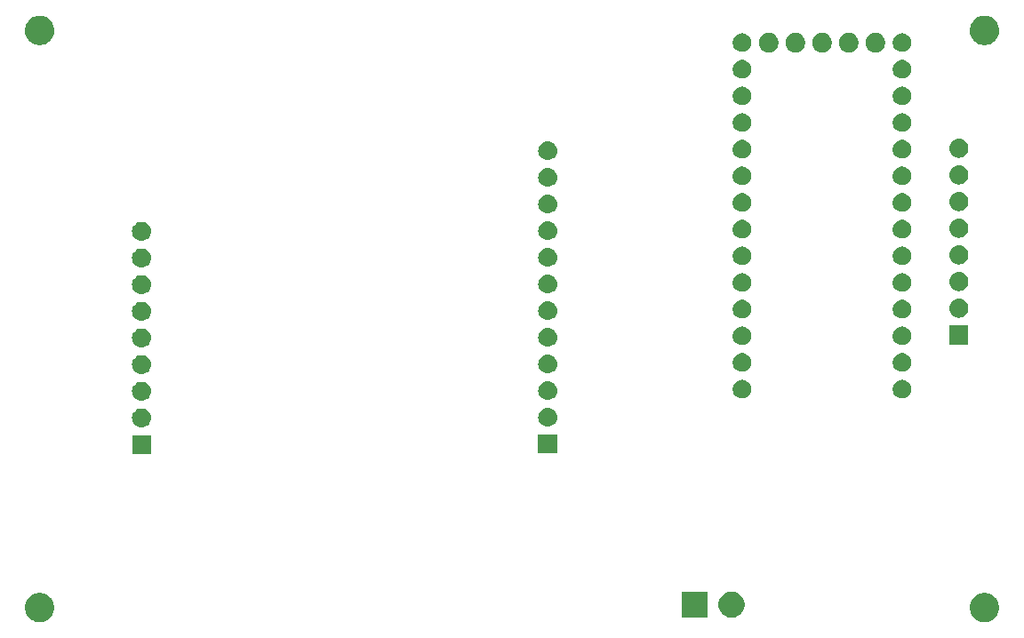
<source format=gbr>
G04 #@! TF.GenerationSoftware,KiCad,Pcbnew,5.1.4-e60b266~84~ubuntu18.04.1*
G04 #@! TF.CreationDate,2019-09-29T16:38:53-04:00*
G04 #@! TF.ProjectId,ib4,6962342e-6b69-4636-9164-5f7063625858,rev?*
G04 #@! TF.SameCoordinates,Original*
G04 #@! TF.FileFunction,Soldermask,Top*
G04 #@! TF.FilePolarity,Negative*
%FSLAX46Y46*%
G04 Gerber Fmt 4.6, Leading zero omitted, Abs format (unit mm)*
G04 Created by KiCad (PCBNEW 5.1.4-e60b266~84~ubuntu18.04.1) date 2019-09-29 16:38:53*
%MOMM*%
%LPD*%
G04 APERTURE LIST*
%ADD10C,0.100000*%
G04 APERTURE END LIST*
D10*
G36*
X129409033Y-86057993D02*
G01*
X129499257Y-86075939D01*
X129604867Y-86119685D01*
X129754221Y-86181549D01*
X129754222Y-86181550D01*
X129983686Y-86334872D01*
X130178828Y-86530014D01*
X130186924Y-86542131D01*
X130332151Y-86759479D01*
X130394015Y-86908833D01*
X130436537Y-87011487D01*
X130437761Y-87014444D01*
X130491600Y-87285112D01*
X130491600Y-87561088D01*
X130437761Y-87831756D01*
X130332151Y-88086721D01*
X130332150Y-88086722D01*
X130178828Y-88316186D01*
X129983686Y-88511328D01*
X129830363Y-88613775D01*
X129754221Y-88664651D01*
X129604867Y-88726515D01*
X129499257Y-88770261D01*
X129409033Y-88788207D01*
X129228588Y-88824100D01*
X128952612Y-88824100D01*
X128772167Y-88788207D01*
X128681943Y-88770261D01*
X128576333Y-88726515D01*
X128426979Y-88664651D01*
X128350837Y-88613775D01*
X128197514Y-88511328D01*
X128002372Y-88316186D01*
X127849050Y-88086722D01*
X127849049Y-88086721D01*
X127743439Y-87831756D01*
X127689600Y-87561088D01*
X127689600Y-87285112D01*
X127743439Y-87014444D01*
X127744664Y-87011487D01*
X127787185Y-86908833D01*
X127849049Y-86759479D01*
X127994276Y-86542131D01*
X128002372Y-86530014D01*
X128197514Y-86334872D01*
X128426978Y-86181550D01*
X128426979Y-86181549D01*
X128576333Y-86119685D01*
X128681943Y-86075939D01*
X128772167Y-86057993D01*
X128952612Y-86022100D01*
X129228588Y-86022100D01*
X129409033Y-86057993D01*
X129409033Y-86057993D01*
G37*
G36*
X39409033Y-86057993D02*
G01*
X39499257Y-86075939D01*
X39604867Y-86119685D01*
X39754221Y-86181549D01*
X39754222Y-86181550D01*
X39983686Y-86334872D01*
X40178828Y-86530014D01*
X40186924Y-86542131D01*
X40332151Y-86759479D01*
X40394015Y-86908833D01*
X40436537Y-87011487D01*
X40437761Y-87014444D01*
X40491600Y-87285112D01*
X40491600Y-87561088D01*
X40437761Y-87831756D01*
X40332151Y-88086721D01*
X40332150Y-88086722D01*
X40178828Y-88316186D01*
X39983686Y-88511328D01*
X39830363Y-88613775D01*
X39754221Y-88664651D01*
X39604867Y-88726515D01*
X39499257Y-88770261D01*
X39409033Y-88788207D01*
X39228588Y-88824100D01*
X38952612Y-88824100D01*
X38772167Y-88788207D01*
X38681943Y-88770261D01*
X38576333Y-88726515D01*
X38426979Y-88664651D01*
X38350837Y-88613775D01*
X38197514Y-88511328D01*
X38002372Y-88316186D01*
X37849050Y-88086722D01*
X37849049Y-88086721D01*
X37743439Y-87831756D01*
X37689600Y-87561088D01*
X37689600Y-87285112D01*
X37743439Y-87014444D01*
X37744664Y-87011487D01*
X37787185Y-86908833D01*
X37849049Y-86759479D01*
X37994276Y-86542131D01*
X38002372Y-86530014D01*
X38197514Y-86334872D01*
X38426978Y-86181550D01*
X38426979Y-86181549D01*
X38576333Y-86119685D01*
X38681943Y-86075939D01*
X38772167Y-86057993D01*
X38952612Y-86022100D01*
X39228588Y-86022100D01*
X39409033Y-86057993D01*
X39409033Y-86057993D01*
G37*
G36*
X105363303Y-85931775D02*
G01*
X105581368Y-86022100D01*
X105590971Y-86026078D01*
X105795866Y-86162985D01*
X105970115Y-86337234D01*
X106107022Y-86542129D01*
X106107023Y-86542131D01*
X106201325Y-86769797D01*
X106249400Y-87011486D01*
X106249400Y-87257914D01*
X106201325Y-87499603D01*
X106107022Y-87727271D01*
X105970115Y-87932166D01*
X105795866Y-88106415D01*
X105590971Y-88243322D01*
X105590970Y-88243323D01*
X105590969Y-88243323D01*
X105363303Y-88337625D01*
X105121614Y-88385700D01*
X104875186Y-88385700D01*
X104633497Y-88337625D01*
X104405831Y-88243323D01*
X104405830Y-88243323D01*
X104405829Y-88243322D01*
X104200934Y-88106415D01*
X104026685Y-87932166D01*
X103889778Y-87727271D01*
X103795475Y-87499603D01*
X103747400Y-87257914D01*
X103747400Y-87011486D01*
X103795475Y-86769797D01*
X103889777Y-86542131D01*
X103889778Y-86542129D01*
X104026685Y-86337234D01*
X104200934Y-86162985D01*
X104405829Y-86026078D01*
X104415433Y-86022100D01*
X104633497Y-85931775D01*
X104875186Y-85883700D01*
X105121614Y-85883700D01*
X105363303Y-85931775D01*
X105363303Y-85931775D01*
G37*
G36*
X102749400Y-88385700D02*
G01*
X100247400Y-88385700D01*
X100247400Y-85883700D01*
X102749400Y-85883700D01*
X102749400Y-88385700D01*
X102749400Y-88385700D01*
G37*
G36*
X49694400Y-72783000D02*
G01*
X47892400Y-72783000D01*
X47892400Y-70981000D01*
X49694400Y-70981000D01*
X49694400Y-72783000D01*
X49694400Y-72783000D01*
G37*
G36*
X88378600Y-72732200D02*
G01*
X86576600Y-72732200D01*
X86576600Y-70930200D01*
X88378600Y-70930200D01*
X88378600Y-72732200D01*
X88378600Y-72732200D01*
G37*
G36*
X48903842Y-68447518D02*
G01*
X48970027Y-68454037D01*
X49139866Y-68505557D01*
X49296391Y-68589222D01*
X49332129Y-68618552D01*
X49433586Y-68701814D01*
X49504487Y-68788209D01*
X49546178Y-68839009D01*
X49629843Y-68995534D01*
X49681363Y-69165373D01*
X49698759Y-69342000D01*
X49681363Y-69518627D01*
X49629843Y-69688466D01*
X49546178Y-69844991D01*
X49516848Y-69880729D01*
X49433586Y-69982186D01*
X49332129Y-70065448D01*
X49296391Y-70094778D01*
X49139866Y-70178443D01*
X48970027Y-70229963D01*
X48903842Y-70236482D01*
X48837660Y-70243000D01*
X48749140Y-70243000D01*
X48682958Y-70236482D01*
X48616773Y-70229963D01*
X48446934Y-70178443D01*
X48290409Y-70094778D01*
X48254671Y-70065448D01*
X48153214Y-69982186D01*
X48069952Y-69880729D01*
X48040622Y-69844991D01*
X47956957Y-69688466D01*
X47905437Y-69518627D01*
X47888041Y-69342000D01*
X47905437Y-69165373D01*
X47956957Y-68995534D01*
X48040622Y-68839009D01*
X48082313Y-68788209D01*
X48153214Y-68701814D01*
X48254671Y-68618552D01*
X48290409Y-68589222D01*
X48446934Y-68505557D01*
X48616773Y-68454037D01*
X48682958Y-68447518D01*
X48749140Y-68441000D01*
X48837660Y-68441000D01*
X48903842Y-68447518D01*
X48903842Y-68447518D01*
G37*
G36*
X87588042Y-68396718D02*
G01*
X87654227Y-68403237D01*
X87824066Y-68454757D01*
X87980591Y-68538422D01*
X88016329Y-68567752D01*
X88117786Y-68651014D01*
X88201048Y-68752471D01*
X88230378Y-68788209D01*
X88314043Y-68944734D01*
X88365563Y-69114573D01*
X88382959Y-69291200D01*
X88365563Y-69467827D01*
X88314043Y-69637666D01*
X88230378Y-69794191D01*
X88201048Y-69829929D01*
X88117786Y-69931386D01*
X88016329Y-70014648D01*
X87980591Y-70043978D01*
X87824066Y-70127643D01*
X87654227Y-70179163D01*
X87588043Y-70185681D01*
X87521860Y-70192200D01*
X87433340Y-70192200D01*
X87367157Y-70185681D01*
X87300973Y-70179163D01*
X87131134Y-70127643D01*
X86974609Y-70043978D01*
X86938871Y-70014648D01*
X86837414Y-69931386D01*
X86754152Y-69829929D01*
X86724822Y-69794191D01*
X86641157Y-69637666D01*
X86589637Y-69467827D01*
X86572241Y-69291200D01*
X86589637Y-69114573D01*
X86641157Y-68944734D01*
X86724822Y-68788209D01*
X86754152Y-68752471D01*
X86837414Y-68651014D01*
X86938871Y-68567752D01*
X86974609Y-68538422D01*
X87131134Y-68454757D01*
X87300973Y-68403237D01*
X87367158Y-68396718D01*
X87433340Y-68390200D01*
X87521860Y-68390200D01*
X87588042Y-68396718D01*
X87588042Y-68396718D01*
G37*
G36*
X48903843Y-65907519D02*
G01*
X48970027Y-65914037D01*
X49139866Y-65965557D01*
X49296391Y-66049222D01*
X49332129Y-66078552D01*
X49433586Y-66161814D01*
X49504487Y-66248209D01*
X49546178Y-66299009D01*
X49629843Y-66455534D01*
X49681363Y-66625373D01*
X49698759Y-66802000D01*
X49681363Y-66978627D01*
X49629843Y-67148466D01*
X49546178Y-67304991D01*
X49516848Y-67340729D01*
X49433586Y-67442186D01*
X49332129Y-67525448D01*
X49296391Y-67554778D01*
X49139866Y-67638443D01*
X48970027Y-67689963D01*
X48903842Y-67696482D01*
X48837660Y-67703000D01*
X48749140Y-67703000D01*
X48682958Y-67696482D01*
X48616773Y-67689963D01*
X48446934Y-67638443D01*
X48290409Y-67554778D01*
X48254671Y-67525448D01*
X48153214Y-67442186D01*
X48069952Y-67340729D01*
X48040622Y-67304991D01*
X47956957Y-67148466D01*
X47905437Y-66978627D01*
X47888041Y-66802000D01*
X47905437Y-66625373D01*
X47956957Y-66455534D01*
X48040622Y-66299009D01*
X48082313Y-66248209D01*
X48153214Y-66161814D01*
X48254671Y-66078552D01*
X48290409Y-66049222D01*
X48446934Y-65965557D01*
X48616773Y-65914037D01*
X48682957Y-65907519D01*
X48749140Y-65901000D01*
X48837660Y-65901000D01*
X48903843Y-65907519D01*
X48903843Y-65907519D01*
G37*
G36*
X87588043Y-65856719D02*
G01*
X87654227Y-65863237D01*
X87824066Y-65914757D01*
X87980591Y-65998422D01*
X88016329Y-66027752D01*
X88117786Y-66111014D01*
X88182936Y-66190401D01*
X88230378Y-66248209D01*
X88314043Y-66404734D01*
X88365563Y-66574573D01*
X88382959Y-66751200D01*
X88365563Y-66927827D01*
X88314043Y-67097666D01*
X88230378Y-67254191D01*
X88201048Y-67289929D01*
X88117786Y-67391386D01*
X88026458Y-67466336D01*
X87980591Y-67503978D01*
X87824066Y-67587643D01*
X87654227Y-67639163D01*
X87588042Y-67645682D01*
X87521860Y-67652200D01*
X87433340Y-67652200D01*
X87367158Y-67645682D01*
X87300973Y-67639163D01*
X87131134Y-67587643D01*
X86974609Y-67503978D01*
X86928742Y-67466336D01*
X86837414Y-67391386D01*
X86754152Y-67289929D01*
X86724822Y-67254191D01*
X86641157Y-67097666D01*
X86589637Y-66927827D01*
X86572241Y-66751200D01*
X86589637Y-66574573D01*
X86641157Y-66404734D01*
X86724822Y-66248209D01*
X86772264Y-66190401D01*
X86837414Y-66111014D01*
X86938871Y-66027752D01*
X86974609Y-65998422D01*
X87131134Y-65914757D01*
X87300973Y-65863237D01*
X87367157Y-65856719D01*
X87433340Y-65850200D01*
X87521860Y-65850200D01*
X87588043Y-65856719D01*
X87588043Y-65856719D01*
G37*
G36*
X106167635Y-65739582D02*
G01*
X106253512Y-65756664D01*
X106415299Y-65823679D01*
X106560904Y-65920969D01*
X106684731Y-66044796D01*
X106762920Y-66161815D01*
X106782022Y-66190403D01*
X106849036Y-66352189D01*
X106883200Y-66523940D01*
X106883200Y-66699060D01*
X106849036Y-66870812D01*
X106782021Y-67032599D01*
X106684731Y-67178204D01*
X106560904Y-67302031D01*
X106415299Y-67399321D01*
X106253512Y-67466336D01*
X106081760Y-67500500D01*
X105906640Y-67500500D01*
X105734888Y-67466336D01*
X105573101Y-67399321D01*
X105427496Y-67302031D01*
X105303669Y-67178204D01*
X105206379Y-67032599D01*
X105139364Y-66870812D01*
X105105200Y-66699060D01*
X105105200Y-66523940D01*
X105139364Y-66352189D01*
X105206378Y-66190403D01*
X105225480Y-66161815D01*
X105303669Y-66044796D01*
X105427496Y-65920969D01*
X105573101Y-65823679D01*
X105734888Y-65756664D01*
X105820765Y-65739582D01*
X105906640Y-65722500D01*
X106081760Y-65722500D01*
X106167635Y-65739582D01*
X106167635Y-65739582D01*
G37*
G36*
X121407635Y-65739582D02*
G01*
X121493512Y-65756664D01*
X121655299Y-65823679D01*
X121800904Y-65920969D01*
X121924731Y-66044796D01*
X122002920Y-66161815D01*
X122022022Y-66190403D01*
X122089036Y-66352189D01*
X122123200Y-66523940D01*
X122123200Y-66699060D01*
X122089036Y-66870812D01*
X122022021Y-67032599D01*
X121924731Y-67178204D01*
X121800904Y-67302031D01*
X121655299Y-67399321D01*
X121493512Y-67466336D01*
X121321760Y-67500500D01*
X121146640Y-67500500D01*
X120974888Y-67466336D01*
X120813101Y-67399321D01*
X120667496Y-67302031D01*
X120543669Y-67178204D01*
X120446379Y-67032599D01*
X120379364Y-66870812D01*
X120345200Y-66699060D01*
X120345200Y-66523940D01*
X120379364Y-66352189D01*
X120446378Y-66190403D01*
X120465480Y-66161815D01*
X120543669Y-66044796D01*
X120667496Y-65920969D01*
X120813101Y-65823679D01*
X120974888Y-65756664D01*
X121060765Y-65739582D01*
X121146640Y-65722500D01*
X121321760Y-65722500D01*
X121407635Y-65739582D01*
X121407635Y-65739582D01*
G37*
G36*
X48903842Y-63367518D02*
G01*
X48970027Y-63374037D01*
X49139866Y-63425557D01*
X49296391Y-63509222D01*
X49332129Y-63538552D01*
X49433586Y-63621814D01*
X49504487Y-63708209D01*
X49546178Y-63759009D01*
X49629843Y-63915534D01*
X49681363Y-64085373D01*
X49698759Y-64262000D01*
X49681363Y-64438627D01*
X49629843Y-64608466D01*
X49546178Y-64764991D01*
X49516848Y-64800729D01*
X49433586Y-64902186D01*
X49332129Y-64985448D01*
X49296391Y-65014778D01*
X49139866Y-65098443D01*
X48970027Y-65149963D01*
X48903843Y-65156481D01*
X48837660Y-65163000D01*
X48749140Y-65163000D01*
X48682957Y-65156481D01*
X48616773Y-65149963D01*
X48446934Y-65098443D01*
X48290409Y-65014778D01*
X48254671Y-64985448D01*
X48153214Y-64902186D01*
X48069952Y-64800729D01*
X48040622Y-64764991D01*
X47956957Y-64608466D01*
X47905437Y-64438627D01*
X47888041Y-64262000D01*
X47905437Y-64085373D01*
X47956957Y-63915534D01*
X48040622Y-63759009D01*
X48082313Y-63708209D01*
X48153214Y-63621814D01*
X48254671Y-63538552D01*
X48290409Y-63509222D01*
X48446934Y-63425557D01*
X48616773Y-63374037D01*
X48682958Y-63367518D01*
X48749140Y-63361000D01*
X48837660Y-63361000D01*
X48903842Y-63367518D01*
X48903842Y-63367518D01*
G37*
G36*
X87588042Y-63316718D02*
G01*
X87654227Y-63323237D01*
X87824066Y-63374757D01*
X87980591Y-63458422D01*
X88016329Y-63487752D01*
X88117786Y-63571014D01*
X88182936Y-63650401D01*
X88230378Y-63708209D01*
X88314043Y-63864734D01*
X88365563Y-64034573D01*
X88382959Y-64211200D01*
X88365563Y-64387827D01*
X88314043Y-64557666D01*
X88230378Y-64714191D01*
X88201048Y-64749929D01*
X88117786Y-64851386D01*
X88026458Y-64926336D01*
X87980591Y-64963978D01*
X87824066Y-65047643D01*
X87654227Y-65099163D01*
X87588043Y-65105681D01*
X87521860Y-65112200D01*
X87433340Y-65112200D01*
X87367157Y-65105681D01*
X87300973Y-65099163D01*
X87131134Y-65047643D01*
X86974609Y-64963978D01*
X86928742Y-64926336D01*
X86837414Y-64851386D01*
X86754152Y-64749929D01*
X86724822Y-64714191D01*
X86641157Y-64557666D01*
X86589637Y-64387827D01*
X86572241Y-64211200D01*
X86589637Y-64034573D01*
X86641157Y-63864734D01*
X86724822Y-63708209D01*
X86772264Y-63650401D01*
X86837414Y-63571014D01*
X86938871Y-63487752D01*
X86974609Y-63458422D01*
X87131134Y-63374757D01*
X87300973Y-63323237D01*
X87367158Y-63316718D01*
X87433340Y-63310200D01*
X87521860Y-63310200D01*
X87588042Y-63316718D01*
X87588042Y-63316718D01*
G37*
G36*
X106253512Y-63216664D02*
G01*
X106415299Y-63283679D01*
X106560904Y-63380969D01*
X106684731Y-63504796D01*
X106762920Y-63621815D01*
X106782022Y-63650403D01*
X106849036Y-63812189D01*
X106883200Y-63983940D01*
X106883200Y-64159060D01*
X106849036Y-64330812D01*
X106782021Y-64492599D01*
X106684731Y-64638204D01*
X106560904Y-64762031D01*
X106415299Y-64859321D01*
X106253512Y-64926336D01*
X106167635Y-64943418D01*
X106081760Y-64960500D01*
X105906640Y-64960500D01*
X105820765Y-64943418D01*
X105734888Y-64926336D01*
X105573101Y-64859321D01*
X105427496Y-64762031D01*
X105303669Y-64638204D01*
X105206379Y-64492599D01*
X105139364Y-64330812D01*
X105105200Y-64159060D01*
X105105200Y-63983940D01*
X105139364Y-63812189D01*
X105206378Y-63650403D01*
X105225480Y-63621815D01*
X105303669Y-63504796D01*
X105427496Y-63380969D01*
X105573101Y-63283679D01*
X105734888Y-63216664D01*
X105906640Y-63182500D01*
X106081760Y-63182500D01*
X106253512Y-63216664D01*
X106253512Y-63216664D01*
G37*
G36*
X121493512Y-63216664D02*
G01*
X121655299Y-63283679D01*
X121800904Y-63380969D01*
X121924731Y-63504796D01*
X122002920Y-63621815D01*
X122022022Y-63650403D01*
X122089036Y-63812189D01*
X122123200Y-63983940D01*
X122123200Y-64159060D01*
X122089036Y-64330812D01*
X122022021Y-64492599D01*
X121924731Y-64638204D01*
X121800904Y-64762031D01*
X121655299Y-64859321D01*
X121493512Y-64926336D01*
X121407635Y-64943418D01*
X121321760Y-64960500D01*
X121146640Y-64960500D01*
X121060765Y-64943418D01*
X120974888Y-64926336D01*
X120813101Y-64859321D01*
X120667496Y-64762031D01*
X120543669Y-64638204D01*
X120446379Y-64492599D01*
X120379364Y-64330812D01*
X120345200Y-64159060D01*
X120345200Y-63983940D01*
X120379364Y-63812189D01*
X120446378Y-63650403D01*
X120465480Y-63621815D01*
X120543669Y-63504796D01*
X120667496Y-63380969D01*
X120813101Y-63283679D01*
X120974888Y-63216664D01*
X121146640Y-63182500D01*
X121321760Y-63182500D01*
X121493512Y-63216664D01*
X121493512Y-63216664D01*
G37*
G36*
X48903843Y-60827519D02*
G01*
X48970027Y-60834037D01*
X49139866Y-60885557D01*
X49296391Y-60969222D01*
X49332129Y-60998552D01*
X49433586Y-61081814D01*
X49504487Y-61168209D01*
X49546178Y-61219009D01*
X49629843Y-61375534D01*
X49681363Y-61545373D01*
X49698759Y-61722000D01*
X49681363Y-61898627D01*
X49629843Y-62068466D01*
X49546178Y-62224991D01*
X49516848Y-62260729D01*
X49433586Y-62362186D01*
X49332129Y-62445448D01*
X49296391Y-62474778D01*
X49139866Y-62558443D01*
X48970027Y-62609963D01*
X48903842Y-62616482D01*
X48837660Y-62623000D01*
X48749140Y-62623000D01*
X48682958Y-62616482D01*
X48616773Y-62609963D01*
X48446934Y-62558443D01*
X48290409Y-62474778D01*
X48254671Y-62445448D01*
X48153214Y-62362186D01*
X48069952Y-62260729D01*
X48040622Y-62224991D01*
X47956957Y-62068466D01*
X47905437Y-61898627D01*
X47888041Y-61722000D01*
X47905437Y-61545373D01*
X47956957Y-61375534D01*
X48040622Y-61219009D01*
X48082313Y-61168209D01*
X48153214Y-61081814D01*
X48254671Y-60998552D01*
X48290409Y-60969222D01*
X48446934Y-60885557D01*
X48616773Y-60834037D01*
X48682957Y-60827519D01*
X48749140Y-60821000D01*
X48837660Y-60821000D01*
X48903843Y-60827519D01*
X48903843Y-60827519D01*
G37*
G36*
X87588042Y-60776718D02*
G01*
X87654227Y-60783237D01*
X87824066Y-60834757D01*
X87980591Y-60918422D01*
X88016329Y-60947752D01*
X88117786Y-61031014D01*
X88182936Y-61110401D01*
X88230378Y-61168209D01*
X88314043Y-61324734D01*
X88365563Y-61494573D01*
X88382959Y-61671200D01*
X88365563Y-61847827D01*
X88314043Y-62017666D01*
X88230378Y-62174191D01*
X88201048Y-62209929D01*
X88117786Y-62311386D01*
X88026458Y-62386336D01*
X87980591Y-62423978D01*
X87824066Y-62507643D01*
X87654227Y-62559163D01*
X87588042Y-62565682D01*
X87521860Y-62572200D01*
X87433340Y-62572200D01*
X87367158Y-62565682D01*
X87300973Y-62559163D01*
X87131134Y-62507643D01*
X86974609Y-62423978D01*
X86928742Y-62386336D01*
X86837414Y-62311386D01*
X86754152Y-62209929D01*
X86724822Y-62174191D01*
X86641157Y-62017666D01*
X86589637Y-61847827D01*
X86572241Y-61671200D01*
X86589637Y-61494573D01*
X86641157Y-61324734D01*
X86724822Y-61168209D01*
X86772264Y-61110401D01*
X86837414Y-61031014D01*
X86938871Y-60947752D01*
X86974609Y-60918422D01*
X87131134Y-60834757D01*
X87300973Y-60783237D01*
X87367158Y-60776718D01*
X87433340Y-60770200D01*
X87521860Y-60770200D01*
X87588042Y-60776718D01*
X87588042Y-60776718D01*
G37*
G36*
X106167635Y-60659582D02*
G01*
X106253512Y-60676664D01*
X106415299Y-60743679D01*
X106560904Y-60840969D01*
X106684731Y-60964796D01*
X106762920Y-61081815D01*
X106782022Y-61110403D01*
X106849036Y-61272189D01*
X106883200Y-61443940D01*
X106883200Y-61619060D01*
X106866118Y-61704935D01*
X106849036Y-61790812D01*
X106782021Y-61952599D01*
X106684731Y-62098204D01*
X106560904Y-62222031D01*
X106415299Y-62319321D01*
X106253512Y-62386336D01*
X106167635Y-62403418D01*
X106081760Y-62420500D01*
X105906640Y-62420500D01*
X105820765Y-62403418D01*
X105734888Y-62386336D01*
X105573101Y-62319321D01*
X105427496Y-62222031D01*
X105303669Y-62098204D01*
X105206379Y-61952599D01*
X105139364Y-61790812D01*
X105122282Y-61704935D01*
X105105200Y-61619060D01*
X105105200Y-61443940D01*
X105139364Y-61272189D01*
X105206378Y-61110403D01*
X105225480Y-61081815D01*
X105303669Y-60964796D01*
X105427496Y-60840969D01*
X105573101Y-60743679D01*
X105734888Y-60676664D01*
X105820765Y-60659582D01*
X105906640Y-60642500D01*
X106081760Y-60642500D01*
X106167635Y-60659582D01*
X106167635Y-60659582D01*
G37*
G36*
X121407635Y-60659582D02*
G01*
X121493512Y-60676664D01*
X121655299Y-60743679D01*
X121800904Y-60840969D01*
X121924731Y-60964796D01*
X122002920Y-61081815D01*
X122022022Y-61110403D01*
X122089036Y-61272189D01*
X122123200Y-61443940D01*
X122123200Y-61619060D01*
X122106118Y-61704935D01*
X122089036Y-61790812D01*
X122022021Y-61952599D01*
X121924731Y-62098204D01*
X121800904Y-62222031D01*
X121655299Y-62319321D01*
X121493512Y-62386336D01*
X121407635Y-62403418D01*
X121321760Y-62420500D01*
X121146640Y-62420500D01*
X121060765Y-62403418D01*
X120974888Y-62386336D01*
X120813101Y-62319321D01*
X120667496Y-62222031D01*
X120543669Y-62098204D01*
X120446379Y-61952599D01*
X120379364Y-61790812D01*
X120362282Y-61704935D01*
X120345200Y-61619060D01*
X120345200Y-61443940D01*
X120379364Y-61272189D01*
X120446378Y-61110403D01*
X120465480Y-61081815D01*
X120543669Y-60964796D01*
X120667496Y-60840969D01*
X120813101Y-60743679D01*
X120974888Y-60676664D01*
X121060765Y-60659582D01*
X121146640Y-60642500D01*
X121321760Y-60642500D01*
X121407635Y-60659582D01*
X121407635Y-60659582D01*
G37*
G36*
X127551000Y-62341000D02*
G01*
X125749000Y-62341000D01*
X125749000Y-60539000D01*
X127551000Y-60539000D01*
X127551000Y-62341000D01*
X127551000Y-62341000D01*
G37*
G36*
X48903842Y-58287518D02*
G01*
X48970027Y-58294037D01*
X49139866Y-58345557D01*
X49296391Y-58429222D01*
X49332129Y-58458552D01*
X49433586Y-58541814D01*
X49504487Y-58628209D01*
X49546178Y-58679009D01*
X49629843Y-58835534D01*
X49681363Y-59005373D01*
X49698759Y-59182000D01*
X49681363Y-59358627D01*
X49645253Y-59477666D01*
X49629842Y-59528468D01*
X49613948Y-59558203D01*
X49546178Y-59684991D01*
X49516848Y-59720729D01*
X49433586Y-59822186D01*
X49332129Y-59905448D01*
X49296391Y-59934778D01*
X49139866Y-60018443D01*
X48970027Y-60069963D01*
X48903842Y-60076482D01*
X48837660Y-60083000D01*
X48749140Y-60083000D01*
X48682958Y-60076482D01*
X48616773Y-60069963D01*
X48446934Y-60018443D01*
X48290409Y-59934778D01*
X48254671Y-59905448D01*
X48153214Y-59822186D01*
X48069952Y-59720729D01*
X48040622Y-59684991D01*
X47972852Y-59558203D01*
X47956958Y-59528468D01*
X47941547Y-59477666D01*
X47905437Y-59358627D01*
X47888041Y-59182000D01*
X47905437Y-59005373D01*
X47956957Y-58835534D01*
X48040622Y-58679009D01*
X48082313Y-58628209D01*
X48153214Y-58541814D01*
X48254671Y-58458552D01*
X48290409Y-58429222D01*
X48446934Y-58345557D01*
X48616773Y-58294037D01*
X48682958Y-58287518D01*
X48749140Y-58281000D01*
X48837660Y-58281000D01*
X48903842Y-58287518D01*
X48903842Y-58287518D01*
G37*
G36*
X87588042Y-58236718D02*
G01*
X87654227Y-58243237D01*
X87824066Y-58294757D01*
X87980591Y-58378422D01*
X88016329Y-58407752D01*
X88117786Y-58491014D01*
X88182936Y-58570401D01*
X88230378Y-58628209D01*
X88314043Y-58784734D01*
X88365563Y-58954573D01*
X88382959Y-59131200D01*
X88365563Y-59307827D01*
X88314043Y-59477666D01*
X88230378Y-59634191D01*
X88215124Y-59652778D01*
X88117786Y-59771386D01*
X88026458Y-59846336D01*
X87980591Y-59883978D01*
X87824066Y-59967643D01*
X87654227Y-60019163D01*
X87588042Y-60025682D01*
X87521860Y-60032200D01*
X87433340Y-60032200D01*
X87367158Y-60025682D01*
X87300973Y-60019163D01*
X87131134Y-59967643D01*
X86974609Y-59883978D01*
X86928742Y-59846336D01*
X86837414Y-59771386D01*
X86740076Y-59652778D01*
X86724822Y-59634191D01*
X86641157Y-59477666D01*
X86589637Y-59307827D01*
X86572241Y-59131200D01*
X86589637Y-58954573D01*
X86641157Y-58784734D01*
X86724822Y-58628209D01*
X86772264Y-58570401D01*
X86837414Y-58491014D01*
X86938871Y-58407752D01*
X86974609Y-58378422D01*
X87131134Y-58294757D01*
X87300973Y-58243237D01*
X87367158Y-58236718D01*
X87433340Y-58230200D01*
X87521860Y-58230200D01*
X87588042Y-58236718D01*
X87588042Y-58236718D01*
G37*
G36*
X121493512Y-58136664D02*
G01*
X121655299Y-58203679D01*
X121800904Y-58300969D01*
X121924731Y-58424796D01*
X122022021Y-58570401D01*
X122085386Y-58723375D01*
X122089036Y-58732189D01*
X122123200Y-58903940D01*
X122123200Y-59079060D01*
X122089036Y-59250812D01*
X122022021Y-59412599D01*
X121924731Y-59558204D01*
X121800904Y-59682031D01*
X121655299Y-59779321D01*
X121493512Y-59846336D01*
X121407635Y-59863418D01*
X121321760Y-59880500D01*
X121146640Y-59880500D01*
X121060765Y-59863418D01*
X120974888Y-59846336D01*
X120813101Y-59779321D01*
X120667496Y-59682031D01*
X120543669Y-59558204D01*
X120446379Y-59412599D01*
X120379364Y-59250812D01*
X120345200Y-59079060D01*
X120345200Y-58903940D01*
X120379364Y-58732189D01*
X120383015Y-58723375D01*
X120446379Y-58570401D01*
X120543669Y-58424796D01*
X120667496Y-58300969D01*
X120813101Y-58203679D01*
X120974888Y-58136664D01*
X121146640Y-58102500D01*
X121321760Y-58102500D01*
X121493512Y-58136664D01*
X121493512Y-58136664D01*
G37*
G36*
X106253512Y-58136664D02*
G01*
X106415299Y-58203679D01*
X106560904Y-58300969D01*
X106684731Y-58424796D01*
X106782021Y-58570401D01*
X106845386Y-58723375D01*
X106849036Y-58732189D01*
X106883200Y-58903940D01*
X106883200Y-59079060D01*
X106849036Y-59250812D01*
X106782021Y-59412599D01*
X106684731Y-59558204D01*
X106560904Y-59682031D01*
X106415299Y-59779321D01*
X106253512Y-59846336D01*
X106167635Y-59863418D01*
X106081760Y-59880500D01*
X105906640Y-59880500D01*
X105820765Y-59863418D01*
X105734888Y-59846336D01*
X105573101Y-59779321D01*
X105427496Y-59682031D01*
X105303669Y-59558204D01*
X105206379Y-59412599D01*
X105139364Y-59250812D01*
X105105200Y-59079060D01*
X105105200Y-58903940D01*
X105139364Y-58732189D01*
X105143015Y-58723375D01*
X105206379Y-58570401D01*
X105303669Y-58424796D01*
X105427496Y-58300969D01*
X105573101Y-58203679D01*
X105734888Y-58136664D01*
X105906640Y-58102500D01*
X106081760Y-58102500D01*
X106253512Y-58136664D01*
X106253512Y-58136664D01*
G37*
G36*
X126760442Y-58005518D02*
G01*
X126826627Y-58012037D01*
X126996466Y-58063557D01*
X127152991Y-58147222D01*
X127188729Y-58176552D01*
X127290186Y-58259814D01*
X127360552Y-58345557D01*
X127402778Y-58397009D01*
X127402779Y-58397011D01*
X127480179Y-58541814D01*
X127486443Y-58553534D01*
X127537963Y-58723373D01*
X127555359Y-58900000D01*
X127537963Y-59076627D01*
X127486443Y-59246466D01*
X127402778Y-59402991D01*
X127373448Y-59438729D01*
X127290186Y-59540186D01*
X127188729Y-59623448D01*
X127152991Y-59652778D01*
X126996466Y-59736443D01*
X126826627Y-59787963D01*
X126760442Y-59794482D01*
X126694260Y-59801000D01*
X126605740Y-59801000D01*
X126539558Y-59794482D01*
X126473373Y-59787963D01*
X126303534Y-59736443D01*
X126147009Y-59652778D01*
X126111271Y-59623448D01*
X126009814Y-59540186D01*
X125926552Y-59438729D01*
X125897222Y-59402991D01*
X125813557Y-59246466D01*
X125762037Y-59076627D01*
X125744641Y-58900000D01*
X125762037Y-58723373D01*
X125813557Y-58553534D01*
X125819822Y-58541814D01*
X125897221Y-58397011D01*
X125897222Y-58397009D01*
X125939448Y-58345557D01*
X126009814Y-58259814D01*
X126111271Y-58176552D01*
X126147009Y-58147222D01*
X126303534Y-58063557D01*
X126473373Y-58012037D01*
X126539558Y-58005518D01*
X126605740Y-57999000D01*
X126694260Y-57999000D01*
X126760442Y-58005518D01*
X126760442Y-58005518D01*
G37*
G36*
X48903842Y-55747518D02*
G01*
X48970027Y-55754037D01*
X49139866Y-55805557D01*
X49296391Y-55889222D01*
X49332129Y-55918552D01*
X49433586Y-56001814D01*
X49504487Y-56088209D01*
X49546178Y-56139009D01*
X49629843Y-56295534D01*
X49681363Y-56465373D01*
X49698759Y-56642000D01*
X49681363Y-56818627D01*
X49645253Y-56937666D01*
X49629842Y-56988468D01*
X49613948Y-57018203D01*
X49546178Y-57144991D01*
X49516848Y-57180729D01*
X49433586Y-57282186D01*
X49332129Y-57365448D01*
X49296391Y-57394778D01*
X49139866Y-57478443D01*
X48970027Y-57529963D01*
X48903842Y-57536482D01*
X48837660Y-57543000D01*
X48749140Y-57543000D01*
X48682958Y-57536482D01*
X48616773Y-57529963D01*
X48446934Y-57478443D01*
X48290409Y-57394778D01*
X48254671Y-57365448D01*
X48153214Y-57282186D01*
X48069952Y-57180729D01*
X48040622Y-57144991D01*
X47972852Y-57018203D01*
X47956958Y-56988468D01*
X47941547Y-56937666D01*
X47905437Y-56818627D01*
X47888041Y-56642000D01*
X47905437Y-56465373D01*
X47956957Y-56295534D01*
X48040622Y-56139009D01*
X48082313Y-56088209D01*
X48153214Y-56001814D01*
X48254671Y-55918552D01*
X48290409Y-55889222D01*
X48446934Y-55805557D01*
X48616773Y-55754037D01*
X48682958Y-55747518D01*
X48749140Y-55741000D01*
X48837660Y-55741000D01*
X48903842Y-55747518D01*
X48903842Y-55747518D01*
G37*
G36*
X87588043Y-55696719D02*
G01*
X87654227Y-55703237D01*
X87824066Y-55754757D01*
X87980591Y-55838422D01*
X88016329Y-55867752D01*
X88117786Y-55951014D01*
X88182936Y-56030401D01*
X88230378Y-56088209D01*
X88314043Y-56244734D01*
X88365563Y-56414573D01*
X88382959Y-56591200D01*
X88365563Y-56767827D01*
X88314043Y-56937666D01*
X88230378Y-57094191D01*
X88215124Y-57112778D01*
X88117786Y-57231386D01*
X88026458Y-57306336D01*
X87980591Y-57343978D01*
X87824066Y-57427643D01*
X87654227Y-57479163D01*
X87588043Y-57485681D01*
X87521860Y-57492200D01*
X87433340Y-57492200D01*
X87367157Y-57485681D01*
X87300973Y-57479163D01*
X87131134Y-57427643D01*
X86974609Y-57343978D01*
X86928742Y-57306336D01*
X86837414Y-57231386D01*
X86740076Y-57112778D01*
X86724822Y-57094191D01*
X86641157Y-56937666D01*
X86589637Y-56767827D01*
X86572241Y-56591200D01*
X86589637Y-56414573D01*
X86641157Y-56244734D01*
X86724822Y-56088209D01*
X86772264Y-56030401D01*
X86837414Y-55951014D01*
X86938871Y-55867752D01*
X86974609Y-55838422D01*
X87131134Y-55754757D01*
X87300973Y-55703237D01*
X87367157Y-55696719D01*
X87433340Y-55690200D01*
X87521860Y-55690200D01*
X87588043Y-55696719D01*
X87588043Y-55696719D01*
G37*
G36*
X121407635Y-55579582D02*
G01*
X121493512Y-55596664D01*
X121655299Y-55663679D01*
X121800904Y-55760969D01*
X121924731Y-55884796D01*
X122022021Y-56030401D01*
X122085386Y-56183375D01*
X122089036Y-56192189D01*
X122123200Y-56363940D01*
X122123200Y-56539060D01*
X122106118Y-56624935D01*
X122089036Y-56710812D01*
X122022021Y-56872599D01*
X121924731Y-57018204D01*
X121800904Y-57142031D01*
X121655299Y-57239321D01*
X121493512Y-57306336D01*
X121321760Y-57340500D01*
X121146640Y-57340500D01*
X120974888Y-57306336D01*
X120813101Y-57239321D01*
X120667496Y-57142031D01*
X120543669Y-57018204D01*
X120446379Y-56872599D01*
X120379364Y-56710812D01*
X120362282Y-56624935D01*
X120345200Y-56539060D01*
X120345200Y-56363940D01*
X120379364Y-56192189D01*
X120383015Y-56183375D01*
X120446379Y-56030401D01*
X120543669Y-55884796D01*
X120667496Y-55760969D01*
X120813101Y-55663679D01*
X120974888Y-55596664D01*
X121060765Y-55579582D01*
X121146640Y-55562500D01*
X121321760Y-55562500D01*
X121407635Y-55579582D01*
X121407635Y-55579582D01*
G37*
G36*
X106167635Y-55579582D02*
G01*
X106253512Y-55596664D01*
X106415299Y-55663679D01*
X106560904Y-55760969D01*
X106684731Y-55884796D01*
X106782021Y-56030401D01*
X106845386Y-56183375D01*
X106849036Y-56192189D01*
X106883200Y-56363940D01*
X106883200Y-56539060D01*
X106866118Y-56624935D01*
X106849036Y-56710812D01*
X106782021Y-56872599D01*
X106684731Y-57018204D01*
X106560904Y-57142031D01*
X106415299Y-57239321D01*
X106253512Y-57306336D01*
X106081760Y-57340500D01*
X105906640Y-57340500D01*
X105734888Y-57306336D01*
X105573101Y-57239321D01*
X105427496Y-57142031D01*
X105303669Y-57018204D01*
X105206379Y-56872599D01*
X105139364Y-56710812D01*
X105122282Y-56624935D01*
X105105200Y-56539060D01*
X105105200Y-56363940D01*
X105139364Y-56192189D01*
X105143015Y-56183375D01*
X105206379Y-56030401D01*
X105303669Y-55884796D01*
X105427496Y-55760969D01*
X105573101Y-55663679D01*
X105734888Y-55596664D01*
X105820765Y-55579582D01*
X105906640Y-55562500D01*
X106081760Y-55562500D01*
X106167635Y-55579582D01*
X106167635Y-55579582D01*
G37*
G36*
X126760443Y-55465519D02*
G01*
X126826627Y-55472037D01*
X126996466Y-55523557D01*
X127152991Y-55607222D01*
X127188729Y-55636552D01*
X127290186Y-55719814D01*
X127360552Y-55805557D01*
X127402778Y-55857009D01*
X127402779Y-55857011D01*
X127480179Y-56001814D01*
X127486443Y-56013534D01*
X127537963Y-56183373D01*
X127555359Y-56360000D01*
X127537963Y-56536627D01*
X127486443Y-56706466D01*
X127402778Y-56862991D01*
X127373448Y-56898729D01*
X127290186Y-57000186D01*
X127188729Y-57083448D01*
X127152991Y-57112778D01*
X126996466Y-57196443D01*
X126826627Y-57247963D01*
X126760443Y-57254481D01*
X126694260Y-57261000D01*
X126605740Y-57261000D01*
X126539557Y-57254481D01*
X126473373Y-57247963D01*
X126303534Y-57196443D01*
X126147009Y-57112778D01*
X126111271Y-57083448D01*
X126009814Y-57000186D01*
X125926552Y-56898729D01*
X125897222Y-56862991D01*
X125813557Y-56706466D01*
X125762037Y-56536627D01*
X125744641Y-56360000D01*
X125762037Y-56183373D01*
X125813557Y-56013534D01*
X125819822Y-56001814D01*
X125897221Y-55857011D01*
X125897222Y-55857009D01*
X125939448Y-55805557D01*
X126009814Y-55719814D01*
X126111271Y-55636552D01*
X126147009Y-55607222D01*
X126303534Y-55523557D01*
X126473373Y-55472037D01*
X126539557Y-55465519D01*
X126605740Y-55459000D01*
X126694260Y-55459000D01*
X126760443Y-55465519D01*
X126760443Y-55465519D01*
G37*
G36*
X48903842Y-53207518D02*
G01*
X48970027Y-53214037D01*
X49139866Y-53265557D01*
X49296391Y-53349222D01*
X49332129Y-53378552D01*
X49433586Y-53461814D01*
X49504487Y-53548209D01*
X49546178Y-53599009D01*
X49629843Y-53755534D01*
X49681363Y-53925373D01*
X49698759Y-54102000D01*
X49681363Y-54278627D01*
X49645253Y-54397666D01*
X49629842Y-54448468D01*
X49613948Y-54478203D01*
X49546178Y-54604991D01*
X49516848Y-54640729D01*
X49433586Y-54742186D01*
X49332129Y-54825448D01*
X49296391Y-54854778D01*
X49139866Y-54938443D01*
X48970027Y-54989963D01*
X48903843Y-54996481D01*
X48837660Y-55003000D01*
X48749140Y-55003000D01*
X48682957Y-54996481D01*
X48616773Y-54989963D01*
X48446934Y-54938443D01*
X48290409Y-54854778D01*
X48254671Y-54825448D01*
X48153214Y-54742186D01*
X48069952Y-54640729D01*
X48040622Y-54604991D01*
X47972852Y-54478203D01*
X47956958Y-54448468D01*
X47941547Y-54397666D01*
X47905437Y-54278627D01*
X47888041Y-54102000D01*
X47905437Y-53925373D01*
X47956957Y-53755534D01*
X48040622Y-53599009D01*
X48082313Y-53548209D01*
X48153214Y-53461814D01*
X48254671Y-53378552D01*
X48290409Y-53349222D01*
X48446934Y-53265557D01*
X48616773Y-53214037D01*
X48682958Y-53207518D01*
X48749140Y-53201000D01*
X48837660Y-53201000D01*
X48903842Y-53207518D01*
X48903842Y-53207518D01*
G37*
G36*
X87588043Y-53156719D02*
G01*
X87654227Y-53163237D01*
X87824066Y-53214757D01*
X87980591Y-53298422D01*
X88016329Y-53327752D01*
X88117786Y-53411014D01*
X88182936Y-53490401D01*
X88230378Y-53548209D01*
X88314043Y-53704734D01*
X88365563Y-53874573D01*
X88382959Y-54051200D01*
X88365563Y-54227827D01*
X88314043Y-54397666D01*
X88230378Y-54554191D01*
X88215124Y-54572778D01*
X88117786Y-54691386D01*
X88026458Y-54766336D01*
X87980591Y-54803978D01*
X87824066Y-54887643D01*
X87654227Y-54939163D01*
X87588043Y-54945681D01*
X87521860Y-54952200D01*
X87433340Y-54952200D01*
X87367157Y-54945681D01*
X87300973Y-54939163D01*
X87131134Y-54887643D01*
X86974609Y-54803978D01*
X86928742Y-54766336D01*
X86837414Y-54691386D01*
X86740076Y-54572778D01*
X86724822Y-54554191D01*
X86641157Y-54397666D01*
X86589637Y-54227827D01*
X86572241Y-54051200D01*
X86589637Y-53874573D01*
X86641157Y-53704734D01*
X86724822Y-53548209D01*
X86772264Y-53490401D01*
X86837414Y-53411014D01*
X86938871Y-53327752D01*
X86974609Y-53298422D01*
X87131134Y-53214757D01*
X87300973Y-53163237D01*
X87367157Y-53156719D01*
X87433340Y-53150200D01*
X87521860Y-53150200D01*
X87588043Y-53156719D01*
X87588043Y-53156719D01*
G37*
G36*
X106167635Y-53039582D02*
G01*
X106253512Y-53056664D01*
X106415299Y-53123679D01*
X106560904Y-53220969D01*
X106684731Y-53344796D01*
X106782021Y-53490401D01*
X106845386Y-53643375D01*
X106849036Y-53652189D01*
X106883200Y-53823940D01*
X106883200Y-53999060D01*
X106849036Y-54170812D01*
X106782021Y-54332599D01*
X106684731Y-54478204D01*
X106560904Y-54602031D01*
X106415299Y-54699321D01*
X106253512Y-54766336D01*
X106081760Y-54800500D01*
X105906640Y-54800500D01*
X105734888Y-54766336D01*
X105573101Y-54699321D01*
X105427496Y-54602031D01*
X105303669Y-54478204D01*
X105206379Y-54332599D01*
X105139364Y-54170812D01*
X105105200Y-53999060D01*
X105105200Y-53823940D01*
X105139364Y-53652189D01*
X105143015Y-53643375D01*
X105206379Y-53490401D01*
X105303669Y-53344796D01*
X105427496Y-53220969D01*
X105573101Y-53123679D01*
X105734888Y-53056664D01*
X105820765Y-53039582D01*
X105906640Y-53022500D01*
X106081760Y-53022500D01*
X106167635Y-53039582D01*
X106167635Y-53039582D01*
G37*
G36*
X121407635Y-53039582D02*
G01*
X121493512Y-53056664D01*
X121655299Y-53123679D01*
X121800904Y-53220969D01*
X121924731Y-53344796D01*
X122022021Y-53490401D01*
X122085386Y-53643375D01*
X122089036Y-53652189D01*
X122123200Y-53823940D01*
X122123200Y-53999060D01*
X122089036Y-54170812D01*
X122022021Y-54332599D01*
X121924731Y-54478204D01*
X121800904Y-54602031D01*
X121655299Y-54699321D01*
X121493512Y-54766336D01*
X121321760Y-54800500D01*
X121146640Y-54800500D01*
X120974888Y-54766336D01*
X120813101Y-54699321D01*
X120667496Y-54602031D01*
X120543669Y-54478204D01*
X120446379Y-54332599D01*
X120379364Y-54170812D01*
X120345200Y-53999060D01*
X120345200Y-53823940D01*
X120379364Y-53652189D01*
X120383015Y-53643375D01*
X120446379Y-53490401D01*
X120543669Y-53344796D01*
X120667496Y-53220969D01*
X120813101Y-53123679D01*
X120974888Y-53056664D01*
X121060765Y-53039582D01*
X121146640Y-53022500D01*
X121321760Y-53022500D01*
X121407635Y-53039582D01*
X121407635Y-53039582D01*
G37*
G36*
X126760442Y-52925518D02*
G01*
X126826627Y-52932037D01*
X126996466Y-52983557D01*
X127152991Y-53067222D01*
X127188729Y-53096552D01*
X127290186Y-53179814D01*
X127360552Y-53265557D01*
X127402778Y-53317009D01*
X127402779Y-53317011D01*
X127480179Y-53461814D01*
X127486443Y-53473534D01*
X127537963Y-53643373D01*
X127555359Y-53820000D01*
X127537963Y-53996627D01*
X127486443Y-54166466D01*
X127402778Y-54322991D01*
X127373448Y-54358729D01*
X127290186Y-54460186D01*
X127188729Y-54543448D01*
X127152991Y-54572778D01*
X126996466Y-54656443D01*
X126826627Y-54707963D01*
X126760443Y-54714481D01*
X126694260Y-54721000D01*
X126605740Y-54721000D01*
X126539557Y-54714481D01*
X126473373Y-54707963D01*
X126303534Y-54656443D01*
X126147009Y-54572778D01*
X126111271Y-54543448D01*
X126009814Y-54460186D01*
X125926552Y-54358729D01*
X125897222Y-54322991D01*
X125813557Y-54166466D01*
X125762037Y-53996627D01*
X125744641Y-53820000D01*
X125762037Y-53643373D01*
X125813557Y-53473534D01*
X125819822Y-53461814D01*
X125897221Y-53317011D01*
X125897222Y-53317009D01*
X125939448Y-53265557D01*
X126009814Y-53179814D01*
X126111271Y-53096552D01*
X126147009Y-53067222D01*
X126303534Y-52983557D01*
X126473373Y-52932037D01*
X126539558Y-52925518D01*
X126605740Y-52919000D01*
X126694260Y-52919000D01*
X126760442Y-52925518D01*
X126760442Y-52925518D01*
G37*
G36*
X48903842Y-50667518D02*
G01*
X48970027Y-50674037D01*
X49139866Y-50725557D01*
X49296391Y-50809222D01*
X49332129Y-50838552D01*
X49433586Y-50921814D01*
X49504487Y-51008209D01*
X49546178Y-51059009D01*
X49629843Y-51215534D01*
X49681363Y-51385373D01*
X49698759Y-51562000D01*
X49681363Y-51738627D01*
X49645253Y-51857666D01*
X49629842Y-51908468D01*
X49613948Y-51938203D01*
X49546178Y-52064991D01*
X49516848Y-52100729D01*
X49433586Y-52202186D01*
X49332129Y-52285448D01*
X49296391Y-52314778D01*
X49139866Y-52398443D01*
X48970027Y-52449963D01*
X48903843Y-52456481D01*
X48837660Y-52463000D01*
X48749140Y-52463000D01*
X48682957Y-52456481D01*
X48616773Y-52449963D01*
X48446934Y-52398443D01*
X48290409Y-52314778D01*
X48254671Y-52285448D01*
X48153214Y-52202186D01*
X48069952Y-52100729D01*
X48040622Y-52064991D01*
X47972852Y-51938203D01*
X47956958Y-51908468D01*
X47941547Y-51857666D01*
X47905437Y-51738627D01*
X47888041Y-51562000D01*
X47905437Y-51385373D01*
X47956957Y-51215534D01*
X48040622Y-51059009D01*
X48082313Y-51008209D01*
X48153214Y-50921814D01*
X48254671Y-50838552D01*
X48290409Y-50809222D01*
X48446934Y-50725557D01*
X48616773Y-50674037D01*
X48682958Y-50667518D01*
X48749140Y-50661000D01*
X48837660Y-50661000D01*
X48903842Y-50667518D01*
X48903842Y-50667518D01*
G37*
G36*
X87588042Y-50616718D02*
G01*
X87654227Y-50623237D01*
X87824066Y-50674757D01*
X87980591Y-50758422D01*
X88016329Y-50787752D01*
X88117786Y-50871014D01*
X88182936Y-50950401D01*
X88230378Y-51008209D01*
X88314043Y-51164734D01*
X88365563Y-51334573D01*
X88382959Y-51511200D01*
X88365563Y-51687827D01*
X88314043Y-51857666D01*
X88230378Y-52014191D01*
X88215124Y-52032778D01*
X88117786Y-52151386D01*
X88026458Y-52226336D01*
X87980591Y-52263978D01*
X87824066Y-52347643D01*
X87654227Y-52399163D01*
X87588042Y-52405682D01*
X87521860Y-52412200D01*
X87433340Y-52412200D01*
X87367158Y-52405682D01*
X87300973Y-52399163D01*
X87131134Y-52347643D01*
X86974609Y-52263978D01*
X86928742Y-52226336D01*
X86837414Y-52151386D01*
X86740076Y-52032778D01*
X86724822Y-52014191D01*
X86641157Y-51857666D01*
X86589637Y-51687827D01*
X86572241Y-51511200D01*
X86589637Y-51334573D01*
X86641157Y-51164734D01*
X86724822Y-51008209D01*
X86772264Y-50950401D01*
X86837414Y-50871014D01*
X86938871Y-50787752D01*
X86974609Y-50758422D01*
X87131134Y-50674757D01*
X87300973Y-50623237D01*
X87367157Y-50616719D01*
X87433340Y-50610200D01*
X87521860Y-50610200D01*
X87588042Y-50616718D01*
X87588042Y-50616718D01*
G37*
G36*
X121493512Y-50516664D02*
G01*
X121655299Y-50583679D01*
X121800904Y-50680969D01*
X121924731Y-50804796D01*
X122022021Y-50950401D01*
X122085386Y-51103375D01*
X122089036Y-51112189D01*
X122123200Y-51283940D01*
X122123200Y-51459060D01*
X122106118Y-51544935D01*
X122089036Y-51630812D01*
X122022021Y-51792599D01*
X121924731Y-51938204D01*
X121800904Y-52062031D01*
X121655299Y-52159321D01*
X121493512Y-52226336D01*
X121407635Y-52243418D01*
X121321760Y-52260500D01*
X121146640Y-52260500D01*
X121060765Y-52243418D01*
X120974888Y-52226336D01*
X120813101Y-52159321D01*
X120667496Y-52062031D01*
X120543669Y-51938204D01*
X120446379Y-51792599D01*
X120379364Y-51630812D01*
X120362282Y-51544935D01*
X120345200Y-51459060D01*
X120345200Y-51283940D01*
X120379364Y-51112189D01*
X120383015Y-51103375D01*
X120446379Y-50950401D01*
X120543669Y-50804796D01*
X120667496Y-50680969D01*
X120813101Y-50583679D01*
X120974888Y-50516664D01*
X121146640Y-50482500D01*
X121321760Y-50482500D01*
X121493512Y-50516664D01*
X121493512Y-50516664D01*
G37*
G36*
X106253512Y-50516664D02*
G01*
X106415299Y-50583679D01*
X106560904Y-50680969D01*
X106684731Y-50804796D01*
X106782021Y-50950401D01*
X106845386Y-51103375D01*
X106849036Y-51112189D01*
X106883200Y-51283940D01*
X106883200Y-51459060D01*
X106866118Y-51544935D01*
X106849036Y-51630812D01*
X106782021Y-51792599D01*
X106684731Y-51938204D01*
X106560904Y-52062031D01*
X106415299Y-52159321D01*
X106253512Y-52226336D01*
X106167635Y-52243418D01*
X106081760Y-52260500D01*
X105906640Y-52260500D01*
X105820765Y-52243418D01*
X105734888Y-52226336D01*
X105573101Y-52159321D01*
X105427496Y-52062031D01*
X105303669Y-51938204D01*
X105206379Y-51792599D01*
X105139364Y-51630812D01*
X105122282Y-51544935D01*
X105105200Y-51459060D01*
X105105200Y-51283940D01*
X105139364Y-51112189D01*
X105143015Y-51103375D01*
X105206379Y-50950401D01*
X105303669Y-50804796D01*
X105427496Y-50680969D01*
X105573101Y-50583679D01*
X105734888Y-50516664D01*
X105906640Y-50482500D01*
X106081760Y-50482500D01*
X106253512Y-50516664D01*
X106253512Y-50516664D01*
G37*
G36*
X126760442Y-50385518D02*
G01*
X126826627Y-50392037D01*
X126996466Y-50443557D01*
X127152991Y-50527222D01*
X127188729Y-50556552D01*
X127290186Y-50639814D01*
X127360552Y-50725557D01*
X127402778Y-50777009D01*
X127402779Y-50777011D01*
X127480179Y-50921814D01*
X127486443Y-50933534D01*
X127537963Y-51103373D01*
X127555359Y-51280000D01*
X127537963Y-51456627D01*
X127486443Y-51626466D01*
X127402778Y-51782991D01*
X127373448Y-51818729D01*
X127290186Y-51920186D01*
X127188729Y-52003448D01*
X127152991Y-52032778D01*
X126996466Y-52116443D01*
X126826627Y-52167963D01*
X126760442Y-52174482D01*
X126694260Y-52181000D01*
X126605740Y-52181000D01*
X126539557Y-52174481D01*
X126473373Y-52167963D01*
X126303534Y-52116443D01*
X126147009Y-52032778D01*
X126111271Y-52003448D01*
X126009814Y-51920186D01*
X125926552Y-51818729D01*
X125897222Y-51782991D01*
X125813557Y-51626466D01*
X125762037Y-51456627D01*
X125744641Y-51280000D01*
X125762037Y-51103373D01*
X125813557Y-50933534D01*
X125819822Y-50921814D01*
X125897221Y-50777011D01*
X125897222Y-50777009D01*
X125939448Y-50725557D01*
X126009814Y-50639814D01*
X126111271Y-50556552D01*
X126147009Y-50527222D01*
X126303534Y-50443557D01*
X126473373Y-50392037D01*
X126539557Y-50385519D01*
X126605740Y-50379000D01*
X126694260Y-50379000D01*
X126760442Y-50385518D01*
X126760442Y-50385518D01*
G37*
G36*
X87588042Y-48076718D02*
G01*
X87654227Y-48083237D01*
X87824066Y-48134757D01*
X87980591Y-48218422D01*
X88016329Y-48247752D01*
X88117786Y-48331014D01*
X88182936Y-48410401D01*
X88230378Y-48468209D01*
X88314043Y-48624734D01*
X88365563Y-48794573D01*
X88382959Y-48971200D01*
X88365563Y-49147827D01*
X88314043Y-49317666D01*
X88230378Y-49474191D01*
X88215124Y-49492778D01*
X88117786Y-49611386D01*
X88026458Y-49686336D01*
X87980591Y-49723978D01*
X87824066Y-49807643D01*
X87654227Y-49859163D01*
X87588042Y-49865682D01*
X87521860Y-49872200D01*
X87433340Y-49872200D01*
X87367158Y-49865682D01*
X87300973Y-49859163D01*
X87131134Y-49807643D01*
X86974609Y-49723978D01*
X86928742Y-49686336D01*
X86837414Y-49611386D01*
X86740076Y-49492778D01*
X86724822Y-49474191D01*
X86641157Y-49317666D01*
X86589637Y-49147827D01*
X86572241Y-48971200D01*
X86589637Y-48794573D01*
X86641157Y-48624734D01*
X86724822Y-48468209D01*
X86772264Y-48410401D01*
X86837414Y-48331014D01*
X86938871Y-48247752D01*
X86974609Y-48218422D01*
X87131134Y-48134757D01*
X87300973Y-48083237D01*
X87367157Y-48076719D01*
X87433340Y-48070200D01*
X87521860Y-48070200D01*
X87588042Y-48076718D01*
X87588042Y-48076718D01*
G37*
G36*
X121493512Y-47976664D02*
G01*
X121655299Y-48043679D01*
X121800904Y-48140969D01*
X121924731Y-48264796D01*
X122022021Y-48410401D01*
X122085386Y-48563375D01*
X122089036Y-48572189D01*
X122123200Y-48743940D01*
X122123200Y-48919060D01*
X122106118Y-49004935D01*
X122089036Y-49090812D01*
X122022021Y-49252599D01*
X121924731Y-49398204D01*
X121800904Y-49522031D01*
X121655299Y-49619321D01*
X121493512Y-49686336D01*
X121321760Y-49720500D01*
X121146640Y-49720500D01*
X120974888Y-49686336D01*
X120813101Y-49619321D01*
X120667496Y-49522031D01*
X120543669Y-49398204D01*
X120446379Y-49252599D01*
X120379364Y-49090812D01*
X120362282Y-49004935D01*
X120345200Y-48919060D01*
X120345200Y-48743940D01*
X120379364Y-48572189D01*
X120383015Y-48563375D01*
X120446379Y-48410401D01*
X120543669Y-48264796D01*
X120667496Y-48140969D01*
X120813101Y-48043679D01*
X120974888Y-47976664D01*
X121146640Y-47942500D01*
X121321760Y-47942500D01*
X121493512Y-47976664D01*
X121493512Y-47976664D01*
G37*
G36*
X106253512Y-47976664D02*
G01*
X106415299Y-48043679D01*
X106560904Y-48140969D01*
X106684731Y-48264796D01*
X106782021Y-48410401D01*
X106845386Y-48563375D01*
X106849036Y-48572189D01*
X106883200Y-48743940D01*
X106883200Y-48919060D01*
X106866118Y-49004935D01*
X106849036Y-49090812D01*
X106782021Y-49252599D01*
X106684731Y-49398204D01*
X106560904Y-49522031D01*
X106415299Y-49619321D01*
X106253512Y-49686336D01*
X106081760Y-49720500D01*
X105906640Y-49720500D01*
X105734888Y-49686336D01*
X105573101Y-49619321D01*
X105427496Y-49522031D01*
X105303669Y-49398204D01*
X105206379Y-49252599D01*
X105139364Y-49090812D01*
X105122282Y-49004935D01*
X105105200Y-48919060D01*
X105105200Y-48743940D01*
X105139364Y-48572189D01*
X105143015Y-48563375D01*
X105206379Y-48410401D01*
X105303669Y-48264796D01*
X105427496Y-48140969D01*
X105573101Y-48043679D01*
X105734888Y-47976664D01*
X105906640Y-47942500D01*
X106081760Y-47942500D01*
X106253512Y-47976664D01*
X106253512Y-47976664D01*
G37*
G36*
X126760443Y-47845519D02*
G01*
X126826627Y-47852037D01*
X126996466Y-47903557D01*
X127152991Y-47987222D01*
X127188729Y-48016552D01*
X127290186Y-48099814D01*
X127373448Y-48201271D01*
X127402778Y-48237009D01*
X127486443Y-48393534D01*
X127537963Y-48563373D01*
X127555359Y-48740000D01*
X127537963Y-48916627D01*
X127486443Y-49086466D01*
X127402778Y-49242991D01*
X127373448Y-49278729D01*
X127290186Y-49380186D01*
X127188729Y-49463448D01*
X127152991Y-49492778D01*
X126996466Y-49576443D01*
X126826627Y-49627963D01*
X126760442Y-49634482D01*
X126694260Y-49641000D01*
X126605740Y-49641000D01*
X126539558Y-49634482D01*
X126473373Y-49627963D01*
X126303534Y-49576443D01*
X126147009Y-49492778D01*
X126111271Y-49463448D01*
X126009814Y-49380186D01*
X125926552Y-49278729D01*
X125897222Y-49242991D01*
X125813557Y-49086466D01*
X125762037Y-48916627D01*
X125744641Y-48740000D01*
X125762037Y-48563373D01*
X125813557Y-48393534D01*
X125897222Y-48237009D01*
X125926552Y-48201271D01*
X126009814Y-48099814D01*
X126111271Y-48016552D01*
X126147009Y-47987222D01*
X126303534Y-47903557D01*
X126473373Y-47852037D01*
X126539557Y-47845519D01*
X126605740Y-47839000D01*
X126694260Y-47839000D01*
X126760443Y-47845519D01*
X126760443Y-47845519D01*
G37*
G36*
X87588042Y-45536718D02*
G01*
X87654227Y-45543237D01*
X87824066Y-45594757D01*
X87980591Y-45678422D01*
X88016329Y-45707752D01*
X88117786Y-45791014D01*
X88182936Y-45870401D01*
X88230378Y-45928209D01*
X88314043Y-46084734D01*
X88365563Y-46254573D01*
X88382959Y-46431200D01*
X88365563Y-46607827D01*
X88314043Y-46777666D01*
X88230378Y-46934191D01*
X88215124Y-46952778D01*
X88117786Y-47071386D01*
X88026458Y-47146336D01*
X87980591Y-47183978D01*
X87824066Y-47267643D01*
X87654227Y-47319163D01*
X87588043Y-47325681D01*
X87521860Y-47332200D01*
X87433340Y-47332200D01*
X87367158Y-47325682D01*
X87300973Y-47319163D01*
X87131134Y-47267643D01*
X86974609Y-47183978D01*
X86928742Y-47146336D01*
X86837414Y-47071386D01*
X86740076Y-46952778D01*
X86724822Y-46934191D01*
X86641157Y-46777666D01*
X86589637Y-46607827D01*
X86572241Y-46431200D01*
X86589637Y-46254573D01*
X86641157Y-46084734D01*
X86724822Y-45928209D01*
X86772264Y-45870401D01*
X86837414Y-45791014D01*
X86938871Y-45707752D01*
X86974609Y-45678422D01*
X87131134Y-45594757D01*
X87300973Y-45543237D01*
X87367158Y-45536718D01*
X87433340Y-45530200D01*
X87521860Y-45530200D01*
X87588042Y-45536718D01*
X87588042Y-45536718D01*
G37*
G36*
X121407635Y-45419582D02*
G01*
X121493512Y-45436664D01*
X121655299Y-45503679D01*
X121800904Y-45600969D01*
X121924731Y-45724796D01*
X122022021Y-45870401D01*
X122085386Y-46023375D01*
X122089036Y-46032189D01*
X122123200Y-46203940D01*
X122123200Y-46379060D01*
X122106118Y-46464935D01*
X122089036Y-46550812D01*
X122022021Y-46712599D01*
X121924731Y-46858204D01*
X121800904Y-46982031D01*
X121655299Y-47079321D01*
X121493512Y-47146336D01*
X121321760Y-47180500D01*
X121146640Y-47180500D01*
X120974888Y-47146336D01*
X120813101Y-47079321D01*
X120667496Y-46982031D01*
X120543669Y-46858204D01*
X120446379Y-46712599D01*
X120379364Y-46550812D01*
X120362282Y-46464935D01*
X120345200Y-46379060D01*
X120345200Y-46203940D01*
X120379364Y-46032189D01*
X120383015Y-46023375D01*
X120446379Y-45870401D01*
X120543669Y-45724796D01*
X120667496Y-45600969D01*
X120813101Y-45503679D01*
X120974888Y-45436664D01*
X121146640Y-45402500D01*
X121321760Y-45402500D01*
X121407635Y-45419582D01*
X121407635Y-45419582D01*
G37*
G36*
X106167635Y-45419582D02*
G01*
X106253512Y-45436664D01*
X106415299Y-45503679D01*
X106560904Y-45600969D01*
X106684731Y-45724796D01*
X106782021Y-45870401D01*
X106845386Y-46023375D01*
X106849036Y-46032189D01*
X106883200Y-46203940D01*
X106883200Y-46379060D01*
X106866118Y-46464935D01*
X106849036Y-46550812D01*
X106782021Y-46712599D01*
X106684731Y-46858204D01*
X106560904Y-46982031D01*
X106415299Y-47079321D01*
X106253512Y-47146336D01*
X106081760Y-47180500D01*
X105906640Y-47180500D01*
X105734888Y-47146336D01*
X105573101Y-47079321D01*
X105427496Y-46982031D01*
X105303669Y-46858204D01*
X105206379Y-46712599D01*
X105139364Y-46550812D01*
X105122282Y-46464935D01*
X105105200Y-46379060D01*
X105105200Y-46203940D01*
X105139364Y-46032189D01*
X105143015Y-46023375D01*
X105206379Y-45870401D01*
X105303669Y-45724796D01*
X105427496Y-45600969D01*
X105573101Y-45503679D01*
X105734888Y-45436664D01*
X105906640Y-45402500D01*
X106081760Y-45402500D01*
X106167635Y-45419582D01*
X106167635Y-45419582D01*
G37*
G36*
X126760443Y-45305519D02*
G01*
X126826627Y-45312037D01*
X126996466Y-45363557D01*
X127152991Y-45447222D01*
X127188729Y-45476552D01*
X127290186Y-45559814D01*
X127373448Y-45661271D01*
X127402778Y-45697009D01*
X127486443Y-45853534D01*
X127537963Y-46023373D01*
X127555359Y-46200000D01*
X127537963Y-46376627D01*
X127486443Y-46546466D01*
X127402778Y-46702991D01*
X127373448Y-46738729D01*
X127290186Y-46840186D01*
X127188729Y-46923448D01*
X127152991Y-46952778D01*
X126996466Y-47036443D01*
X126826627Y-47087963D01*
X126760443Y-47094481D01*
X126694260Y-47101000D01*
X126605740Y-47101000D01*
X126539557Y-47094481D01*
X126473373Y-47087963D01*
X126303534Y-47036443D01*
X126147009Y-46952778D01*
X126111271Y-46923448D01*
X126009814Y-46840186D01*
X125926552Y-46738729D01*
X125897222Y-46702991D01*
X125813557Y-46546466D01*
X125762037Y-46376627D01*
X125744641Y-46200000D01*
X125762037Y-46023373D01*
X125813557Y-45853534D01*
X125897222Y-45697009D01*
X125926552Y-45661271D01*
X126009814Y-45559814D01*
X126111271Y-45476552D01*
X126147009Y-45447222D01*
X126303534Y-45363557D01*
X126473373Y-45312037D01*
X126539557Y-45305519D01*
X126605740Y-45299000D01*
X126694260Y-45299000D01*
X126760443Y-45305519D01*
X126760443Y-45305519D01*
G37*
G36*
X87588043Y-42996719D02*
G01*
X87654227Y-43003237D01*
X87824066Y-43054757D01*
X87980591Y-43138422D01*
X88016329Y-43167752D01*
X88117786Y-43251014D01*
X88182936Y-43330401D01*
X88230378Y-43388209D01*
X88314043Y-43544734D01*
X88365563Y-43714573D01*
X88382959Y-43891200D01*
X88365563Y-44067827D01*
X88314043Y-44237666D01*
X88230378Y-44394191D01*
X88215124Y-44412778D01*
X88117786Y-44531386D01*
X88026458Y-44606336D01*
X87980591Y-44643978D01*
X87824066Y-44727643D01*
X87654227Y-44779163D01*
X87588043Y-44785681D01*
X87521860Y-44792200D01*
X87433340Y-44792200D01*
X87367158Y-44785682D01*
X87300973Y-44779163D01*
X87131134Y-44727643D01*
X86974609Y-44643978D01*
X86928742Y-44606336D01*
X86837414Y-44531386D01*
X86740076Y-44412778D01*
X86724822Y-44394191D01*
X86641157Y-44237666D01*
X86589637Y-44067827D01*
X86572241Y-43891200D01*
X86589637Y-43714573D01*
X86641157Y-43544734D01*
X86724822Y-43388209D01*
X86772264Y-43330401D01*
X86837414Y-43251014D01*
X86938871Y-43167752D01*
X86974609Y-43138422D01*
X87131134Y-43054757D01*
X87300973Y-43003237D01*
X87367157Y-42996719D01*
X87433340Y-42990200D01*
X87521860Y-42990200D01*
X87588043Y-42996719D01*
X87588043Y-42996719D01*
G37*
G36*
X106253512Y-42896664D02*
G01*
X106415299Y-42963679D01*
X106560904Y-43060969D01*
X106684731Y-43184796D01*
X106782021Y-43330401D01*
X106845386Y-43483375D01*
X106849036Y-43492189D01*
X106883200Y-43663940D01*
X106883200Y-43839060D01*
X106866118Y-43924935D01*
X106849036Y-44010812D01*
X106782021Y-44172599D01*
X106684731Y-44318204D01*
X106560904Y-44442031D01*
X106415299Y-44539321D01*
X106253512Y-44606336D01*
X106167635Y-44623418D01*
X106081760Y-44640500D01*
X105906640Y-44640500D01*
X105820765Y-44623418D01*
X105734888Y-44606336D01*
X105573101Y-44539321D01*
X105427496Y-44442031D01*
X105303669Y-44318204D01*
X105206379Y-44172599D01*
X105139364Y-44010812D01*
X105122282Y-43924935D01*
X105105200Y-43839060D01*
X105105200Y-43663940D01*
X105139364Y-43492189D01*
X105143015Y-43483375D01*
X105206379Y-43330401D01*
X105303669Y-43184796D01*
X105427496Y-43060969D01*
X105573101Y-42963679D01*
X105734888Y-42896664D01*
X105906640Y-42862500D01*
X106081760Y-42862500D01*
X106253512Y-42896664D01*
X106253512Y-42896664D01*
G37*
G36*
X121493512Y-42896664D02*
G01*
X121655299Y-42963679D01*
X121800904Y-43060969D01*
X121924731Y-43184796D01*
X122022021Y-43330401D01*
X122085386Y-43483375D01*
X122089036Y-43492189D01*
X122123200Y-43663940D01*
X122123200Y-43839060D01*
X122106118Y-43924935D01*
X122089036Y-44010812D01*
X122022021Y-44172599D01*
X121924731Y-44318204D01*
X121800904Y-44442031D01*
X121655299Y-44539321D01*
X121493512Y-44606336D01*
X121407635Y-44623418D01*
X121321760Y-44640500D01*
X121146640Y-44640500D01*
X121060765Y-44623418D01*
X120974888Y-44606336D01*
X120813101Y-44539321D01*
X120667496Y-44442031D01*
X120543669Y-44318204D01*
X120446379Y-44172599D01*
X120379364Y-44010812D01*
X120362282Y-43924935D01*
X120345200Y-43839060D01*
X120345200Y-43663940D01*
X120379364Y-43492189D01*
X120383015Y-43483375D01*
X120446379Y-43330401D01*
X120543669Y-43184796D01*
X120667496Y-43060969D01*
X120813101Y-42963679D01*
X120974888Y-42896664D01*
X121146640Y-42862500D01*
X121321760Y-42862500D01*
X121493512Y-42896664D01*
X121493512Y-42896664D01*
G37*
G36*
X126760443Y-42765519D02*
G01*
X126826627Y-42772037D01*
X126996466Y-42823557D01*
X127152991Y-42907222D01*
X127188729Y-42936552D01*
X127290186Y-43019814D01*
X127373448Y-43121271D01*
X127402778Y-43157009D01*
X127486443Y-43313534D01*
X127537963Y-43483373D01*
X127555359Y-43660000D01*
X127537963Y-43836627D01*
X127486443Y-44006466D01*
X127402778Y-44162991D01*
X127373448Y-44198729D01*
X127290186Y-44300186D01*
X127188729Y-44383448D01*
X127152991Y-44412778D01*
X126996466Y-44496443D01*
X126826627Y-44547963D01*
X126760443Y-44554481D01*
X126694260Y-44561000D01*
X126605740Y-44561000D01*
X126539558Y-44554482D01*
X126473373Y-44547963D01*
X126303534Y-44496443D01*
X126147009Y-44412778D01*
X126111271Y-44383448D01*
X126009814Y-44300186D01*
X125926552Y-44198729D01*
X125897222Y-44162991D01*
X125813557Y-44006466D01*
X125762037Y-43836627D01*
X125744641Y-43660000D01*
X125762037Y-43483373D01*
X125813557Y-43313534D01*
X125897222Y-43157009D01*
X125926552Y-43121271D01*
X126009814Y-43019814D01*
X126111271Y-42936552D01*
X126147009Y-42907222D01*
X126303534Y-42823557D01*
X126473373Y-42772037D01*
X126539558Y-42765518D01*
X126605740Y-42759000D01*
X126694260Y-42759000D01*
X126760443Y-42765519D01*
X126760443Y-42765519D01*
G37*
G36*
X106167635Y-40339582D02*
G01*
X106253512Y-40356664D01*
X106415299Y-40423679D01*
X106560904Y-40520969D01*
X106684731Y-40644796D01*
X106782021Y-40790401D01*
X106849036Y-40952188D01*
X106883200Y-41123941D01*
X106883200Y-41299059D01*
X106849036Y-41470812D01*
X106782021Y-41632599D01*
X106684731Y-41778204D01*
X106560904Y-41902031D01*
X106415299Y-41999321D01*
X106253512Y-42066336D01*
X106167635Y-42083418D01*
X106081760Y-42100500D01*
X105906640Y-42100500D01*
X105820765Y-42083418D01*
X105734888Y-42066336D01*
X105573101Y-41999321D01*
X105427496Y-41902031D01*
X105303669Y-41778204D01*
X105206379Y-41632599D01*
X105139364Y-41470812D01*
X105105200Y-41299059D01*
X105105200Y-41123941D01*
X105139364Y-40952188D01*
X105206379Y-40790401D01*
X105303669Y-40644796D01*
X105427496Y-40520969D01*
X105573101Y-40423679D01*
X105734888Y-40356664D01*
X105820765Y-40339582D01*
X105906640Y-40322500D01*
X106081760Y-40322500D01*
X106167635Y-40339582D01*
X106167635Y-40339582D01*
G37*
G36*
X121407635Y-40339582D02*
G01*
X121493512Y-40356664D01*
X121655299Y-40423679D01*
X121800904Y-40520969D01*
X121924731Y-40644796D01*
X122022021Y-40790401D01*
X122089036Y-40952188D01*
X122123200Y-41123941D01*
X122123200Y-41299059D01*
X122089036Y-41470812D01*
X122022021Y-41632599D01*
X121924731Y-41778204D01*
X121800904Y-41902031D01*
X121655299Y-41999321D01*
X121493512Y-42066336D01*
X121407635Y-42083418D01*
X121321760Y-42100500D01*
X121146640Y-42100500D01*
X121060765Y-42083418D01*
X120974888Y-42066336D01*
X120813101Y-41999321D01*
X120667496Y-41902031D01*
X120543669Y-41778204D01*
X120446379Y-41632599D01*
X120379364Y-41470812D01*
X120345200Y-41299059D01*
X120345200Y-41123941D01*
X120379364Y-40952188D01*
X120446379Y-40790401D01*
X120543669Y-40644796D01*
X120667496Y-40520969D01*
X120813101Y-40423679D01*
X120974888Y-40356664D01*
X121060765Y-40339582D01*
X121146640Y-40322500D01*
X121321760Y-40322500D01*
X121407635Y-40339582D01*
X121407635Y-40339582D01*
G37*
G36*
X121407635Y-37799582D02*
G01*
X121493512Y-37816664D01*
X121655299Y-37883679D01*
X121800904Y-37980969D01*
X121924731Y-38104796D01*
X122022021Y-38250401D01*
X122089036Y-38412188D01*
X122123200Y-38583941D01*
X122123200Y-38759059D01*
X122089036Y-38930812D01*
X122022021Y-39092599D01*
X121924731Y-39238204D01*
X121800904Y-39362031D01*
X121655299Y-39459321D01*
X121493512Y-39526336D01*
X121407635Y-39543418D01*
X121321760Y-39560500D01*
X121146640Y-39560500D01*
X120974888Y-39526336D01*
X120813101Y-39459321D01*
X120667496Y-39362031D01*
X120543669Y-39238204D01*
X120446379Y-39092599D01*
X120379364Y-38930812D01*
X120345200Y-38759059D01*
X120345200Y-38583941D01*
X120379364Y-38412188D01*
X120446379Y-38250401D01*
X120543669Y-38104796D01*
X120667496Y-37980969D01*
X120813101Y-37883679D01*
X120974888Y-37816664D01*
X121060765Y-37799582D01*
X121146640Y-37782500D01*
X121321760Y-37782500D01*
X121407635Y-37799582D01*
X121407635Y-37799582D01*
G37*
G36*
X106167635Y-37799582D02*
G01*
X106253512Y-37816664D01*
X106415299Y-37883679D01*
X106560904Y-37980969D01*
X106684731Y-38104796D01*
X106782021Y-38250401D01*
X106849036Y-38412188D01*
X106883200Y-38583941D01*
X106883200Y-38759059D01*
X106849036Y-38930812D01*
X106782021Y-39092599D01*
X106684731Y-39238204D01*
X106560904Y-39362031D01*
X106415299Y-39459321D01*
X106253512Y-39526336D01*
X106167635Y-39543418D01*
X106081760Y-39560500D01*
X105906640Y-39560500D01*
X105734888Y-39526336D01*
X105573101Y-39459321D01*
X105427496Y-39362031D01*
X105303669Y-39238204D01*
X105206379Y-39092599D01*
X105139364Y-38930812D01*
X105105200Y-38759059D01*
X105105200Y-38583941D01*
X105139364Y-38412188D01*
X105206379Y-38250401D01*
X105303669Y-38104796D01*
X105427496Y-37980969D01*
X105573101Y-37883679D01*
X105734888Y-37816664D01*
X105820765Y-37799582D01*
X105906640Y-37782500D01*
X106081760Y-37782500D01*
X106167635Y-37799582D01*
X106167635Y-37799582D01*
G37*
G36*
X121493512Y-35276664D02*
G01*
X121655299Y-35343679D01*
X121800904Y-35440969D01*
X121924731Y-35564796D01*
X122022021Y-35710401D01*
X122089036Y-35872188D01*
X122123200Y-36043941D01*
X122123200Y-36219059D01*
X122089036Y-36390812D01*
X122022021Y-36552599D01*
X121924731Y-36698204D01*
X121800904Y-36822031D01*
X121655299Y-36919321D01*
X121493512Y-36986336D01*
X121407635Y-37003418D01*
X121321760Y-37020500D01*
X121146640Y-37020500D01*
X120974888Y-36986336D01*
X120813101Y-36919321D01*
X120667496Y-36822031D01*
X120543669Y-36698204D01*
X120446379Y-36552599D01*
X120379364Y-36390812D01*
X120345200Y-36219059D01*
X120345200Y-36043941D01*
X120379364Y-35872188D01*
X120446379Y-35710401D01*
X120543669Y-35564796D01*
X120667496Y-35440969D01*
X120813101Y-35343679D01*
X120974888Y-35276664D01*
X121146640Y-35242500D01*
X121321760Y-35242500D01*
X121493512Y-35276664D01*
X121493512Y-35276664D01*
G37*
G36*
X106253512Y-35276664D02*
G01*
X106415299Y-35343679D01*
X106560904Y-35440969D01*
X106684731Y-35564796D01*
X106782021Y-35710401D01*
X106849036Y-35872188D01*
X106883200Y-36043941D01*
X106883200Y-36219059D01*
X106849036Y-36390812D01*
X106782021Y-36552599D01*
X106684731Y-36698204D01*
X106560904Y-36822031D01*
X106415299Y-36919321D01*
X106253512Y-36986336D01*
X106167635Y-37003418D01*
X106081760Y-37020500D01*
X105906640Y-37020500D01*
X105734888Y-36986336D01*
X105573101Y-36919321D01*
X105427496Y-36822031D01*
X105303669Y-36698204D01*
X105206379Y-36552599D01*
X105139364Y-36390812D01*
X105105200Y-36219059D01*
X105105200Y-36043941D01*
X105139364Y-35872188D01*
X105206379Y-35710401D01*
X105303669Y-35564796D01*
X105427496Y-35440969D01*
X105573101Y-35343679D01*
X105734888Y-35276664D01*
X105906640Y-35242500D01*
X106081760Y-35242500D01*
X106253512Y-35276664D01*
X106253512Y-35276664D01*
G37*
G36*
X116367807Y-32675777D02*
G01*
X116428329Y-32687816D01*
X116599362Y-32758660D01*
X116753287Y-32861510D01*
X116884190Y-32992413D01*
X116987040Y-33146338D01*
X117057884Y-33317371D01*
X117094000Y-33498938D01*
X117094000Y-33684062D01*
X117057884Y-33865629D01*
X116987040Y-34036662D01*
X116884190Y-34190587D01*
X116753287Y-34321490D01*
X116599362Y-34424340D01*
X116428329Y-34495184D01*
X116367807Y-34507223D01*
X116246764Y-34531300D01*
X116061636Y-34531300D01*
X115940593Y-34507223D01*
X115880071Y-34495184D01*
X115709038Y-34424340D01*
X115555113Y-34321490D01*
X115424210Y-34190587D01*
X115321360Y-34036662D01*
X115250516Y-33865629D01*
X115214400Y-33684062D01*
X115214400Y-33498938D01*
X115250516Y-33317371D01*
X115321360Y-33146338D01*
X115424210Y-32992413D01*
X115555113Y-32861510D01*
X115709038Y-32758660D01*
X115880071Y-32687816D01*
X115940593Y-32675777D01*
X116061636Y-32651700D01*
X116246764Y-32651700D01*
X116367807Y-32675777D01*
X116367807Y-32675777D01*
G37*
G36*
X108747807Y-32675777D02*
G01*
X108808329Y-32687816D01*
X108979362Y-32758660D01*
X109133287Y-32861510D01*
X109264190Y-32992413D01*
X109367040Y-33146338D01*
X109437884Y-33317371D01*
X109474000Y-33498938D01*
X109474000Y-33684062D01*
X109437884Y-33865629D01*
X109367040Y-34036662D01*
X109264190Y-34190587D01*
X109133287Y-34321490D01*
X108979362Y-34424340D01*
X108808329Y-34495184D01*
X108747807Y-34507223D01*
X108626764Y-34531300D01*
X108441636Y-34531300D01*
X108320593Y-34507223D01*
X108260071Y-34495184D01*
X108089038Y-34424340D01*
X107935113Y-34321490D01*
X107804210Y-34190587D01*
X107701360Y-34036662D01*
X107630516Y-33865629D01*
X107594400Y-33684062D01*
X107594400Y-33498938D01*
X107630516Y-33317371D01*
X107701360Y-33146338D01*
X107804210Y-32992413D01*
X107935113Y-32861510D01*
X108089038Y-32758660D01*
X108260071Y-32687816D01*
X108320593Y-32675777D01*
X108441636Y-32651700D01*
X108626764Y-32651700D01*
X108747807Y-32675777D01*
X108747807Y-32675777D01*
G37*
G36*
X111287807Y-32675777D02*
G01*
X111348329Y-32687816D01*
X111519362Y-32758660D01*
X111673287Y-32861510D01*
X111804190Y-32992413D01*
X111907040Y-33146338D01*
X111977884Y-33317371D01*
X112014000Y-33498938D01*
X112014000Y-33684062D01*
X111977884Y-33865629D01*
X111907040Y-34036662D01*
X111804190Y-34190587D01*
X111673287Y-34321490D01*
X111519362Y-34424340D01*
X111348329Y-34495184D01*
X111287807Y-34507223D01*
X111166764Y-34531300D01*
X110981636Y-34531300D01*
X110860593Y-34507223D01*
X110800071Y-34495184D01*
X110629038Y-34424340D01*
X110475113Y-34321490D01*
X110344210Y-34190587D01*
X110241360Y-34036662D01*
X110170516Y-33865629D01*
X110134400Y-33684062D01*
X110134400Y-33498938D01*
X110170516Y-33317371D01*
X110241360Y-33146338D01*
X110344210Y-32992413D01*
X110475113Y-32861510D01*
X110629038Y-32758660D01*
X110800071Y-32687816D01*
X110860593Y-32675777D01*
X110981636Y-32651700D01*
X111166764Y-32651700D01*
X111287807Y-32675777D01*
X111287807Y-32675777D01*
G37*
G36*
X113827807Y-32675777D02*
G01*
X113888329Y-32687816D01*
X114059362Y-32758660D01*
X114213287Y-32861510D01*
X114344190Y-32992413D01*
X114447040Y-33146338D01*
X114517884Y-33317371D01*
X114554000Y-33498938D01*
X114554000Y-33684062D01*
X114517884Y-33865629D01*
X114447040Y-34036662D01*
X114344190Y-34190587D01*
X114213287Y-34321490D01*
X114059362Y-34424340D01*
X113888329Y-34495184D01*
X113827807Y-34507223D01*
X113706764Y-34531300D01*
X113521636Y-34531300D01*
X113400593Y-34507223D01*
X113340071Y-34495184D01*
X113169038Y-34424340D01*
X113015113Y-34321490D01*
X112884210Y-34190587D01*
X112781360Y-34036662D01*
X112710516Y-33865629D01*
X112674400Y-33684062D01*
X112674400Y-33498938D01*
X112710516Y-33317371D01*
X112781360Y-33146338D01*
X112884210Y-32992413D01*
X113015113Y-32861510D01*
X113169038Y-32758660D01*
X113340071Y-32687816D01*
X113400593Y-32675777D01*
X113521636Y-32651700D01*
X113706764Y-32651700D01*
X113827807Y-32675777D01*
X113827807Y-32675777D01*
G37*
G36*
X118907807Y-32675777D02*
G01*
X118968329Y-32687816D01*
X119139362Y-32758660D01*
X119293287Y-32861510D01*
X119424190Y-32992413D01*
X119527040Y-33146338D01*
X119597884Y-33317371D01*
X119634000Y-33498938D01*
X119634000Y-33684062D01*
X119597884Y-33865629D01*
X119527040Y-34036662D01*
X119424190Y-34190587D01*
X119293287Y-34321490D01*
X119139362Y-34424340D01*
X118968329Y-34495184D01*
X118907807Y-34507223D01*
X118786764Y-34531300D01*
X118601636Y-34531300D01*
X118480593Y-34507223D01*
X118420071Y-34495184D01*
X118249038Y-34424340D01*
X118095113Y-34321490D01*
X117964210Y-34190587D01*
X117861360Y-34036662D01*
X117790516Y-33865629D01*
X117754400Y-33684062D01*
X117754400Y-33498938D01*
X117790516Y-33317371D01*
X117861360Y-33146338D01*
X117964210Y-32992413D01*
X118095113Y-32861510D01*
X118249038Y-32758660D01*
X118420071Y-32687816D01*
X118480593Y-32675777D01*
X118601636Y-32651700D01*
X118786764Y-32651700D01*
X118907807Y-32675777D01*
X118907807Y-32675777D01*
G37*
G36*
X121407635Y-32719582D02*
G01*
X121493512Y-32736664D01*
X121655299Y-32803679D01*
X121800904Y-32900969D01*
X121924731Y-33024796D01*
X122022021Y-33170401D01*
X122082899Y-33317371D01*
X122089036Y-33332189D01*
X122123200Y-33503940D01*
X122123200Y-33679060D01*
X122089036Y-33850812D01*
X122022021Y-34012599D01*
X121924731Y-34158204D01*
X121800904Y-34282031D01*
X121655299Y-34379321D01*
X121493512Y-34446336D01*
X121321760Y-34480500D01*
X121146640Y-34480500D01*
X120974888Y-34446336D01*
X120813101Y-34379321D01*
X120667496Y-34282031D01*
X120543669Y-34158204D01*
X120446379Y-34012599D01*
X120379364Y-33850812D01*
X120345200Y-33679060D01*
X120345200Y-33503940D01*
X120379364Y-33332189D01*
X120385502Y-33317371D01*
X120446379Y-33170401D01*
X120543669Y-33024796D01*
X120667496Y-32900969D01*
X120813101Y-32803679D01*
X120974888Y-32736664D01*
X121060765Y-32719582D01*
X121146640Y-32702500D01*
X121321760Y-32702500D01*
X121407635Y-32719582D01*
X121407635Y-32719582D01*
G37*
G36*
X106167635Y-32719582D02*
G01*
X106253512Y-32736664D01*
X106415299Y-32803679D01*
X106560904Y-32900969D01*
X106684731Y-33024796D01*
X106782021Y-33170401D01*
X106842899Y-33317371D01*
X106849036Y-33332189D01*
X106883200Y-33503940D01*
X106883200Y-33679060D01*
X106849036Y-33850812D01*
X106782021Y-34012599D01*
X106684731Y-34158204D01*
X106560904Y-34282031D01*
X106415299Y-34379321D01*
X106253512Y-34446336D01*
X106081760Y-34480500D01*
X105906640Y-34480500D01*
X105734888Y-34446336D01*
X105573101Y-34379321D01*
X105427496Y-34282031D01*
X105303669Y-34158204D01*
X105206379Y-34012599D01*
X105139364Y-33850812D01*
X105105200Y-33679060D01*
X105105200Y-33503940D01*
X105139364Y-33332189D01*
X105145502Y-33317371D01*
X105206379Y-33170401D01*
X105303669Y-33024796D01*
X105427496Y-32900969D01*
X105573101Y-32803679D01*
X105734888Y-32736664D01*
X105820765Y-32719582D01*
X105906640Y-32702500D01*
X106081760Y-32702500D01*
X106167635Y-32719582D01*
X106167635Y-32719582D01*
G37*
G36*
X129409033Y-31057993D02*
G01*
X129499257Y-31075939D01*
X129604867Y-31119685D01*
X129754221Y-31181549D01*
X129754222Y-31181550D01*
X129983686Y-31334872D01*
X130178828Y-31530014D01*
X130281275Y-31683337D01*
X130332151Y-31759479D01*
X130437761Y-32014444D01*
X130491600Y-32285112D01*
X130491600Y-32561088D01*
X130456676Y-32736664D01*
X130437761Y-32831757D01*
X130409092Y-32900969D01*
X130332151Y-33086721D01*
X130332150Y-33086722D01*
X130178828Y-33316186D01*
X129983686Y-33511328D01*
X129830363Y-33613775D01*
X129754221Y-33664651D01*
X129604867Y-33726515D01*
X129499257Y-33770261D01*
X129409033Y-33788207D01*
X129228588Y-33824100D01*
X128952612Y-33824100D01*
X128772167Y-33788207D01*
X128681943Y-33770261D01*
X128576333Y-33726515D01*
X128426979Y-33664651D01*
X128350837Y-33613775D01*
X128197514Y-33511328D01*
X128002372Y-33316186D01*
X127849050Y-33086722D01*
X127849049Y-33086721D01*
X127772108Y-32900969D01*
X127743439Y-32831757D01*
X127724524Y-32736664D01*
X127689600Y-32561088D01*
X127689600Y-32285112D01*
X127743439Y-32014444D01*
X127849049Y-31759479D01*
X127899925Y-31683337D01*
X128002372Y-31530014D01*
X128197514Y-31334872D01*
X128426978Y-31181550D01*
X128426979Y-31181549D01*
X128576333Y-31119685D01*
X128681943Y-31075939D01*
X128772167Y-31057993D01*
X128952612Y-31022100D01*
X129228588Y-31022100D01*
X129409033Y-31057993D01*
X129409033Y-31057993D01*
G37*
G36*
X39409033Y-31057993D02*
G01*
X39499257Y-31075939D01*
X39604867Y-31119685D01*
X39754221Y-31181549D01*
X39754222Y-31181550D01*
X39983686Y-31334872D01*
X40178828Y-31530014D01*
X40281275Y-31683337D01*
X40332151Y-31759479D01*
X40437761Y-32014444D01*
X40491600Y-32285112D01*
X40491600Y-32561088D01*
X40456676Y-32736664D01*
X40437761Y-32831757D01*
X40409092Y-32900969D01*
X40332151Y-33086721D01*
X40332150Y-33086722D01*
X40178828Y-33316186D01*
X39983686Y-33511328D01*
X39830363Y-33613775D01*
X39754221Y-33664651D01*
X39604867Y-33726515D01*
X39499257Y-33770261D01*
X39409033Y-33788207D01*
X39228588Y-33824100D01*
X38952612Y-33824100D01*
X38772167Y-33788207D01*
X38681943Y-33770261D01*
X38576333Y-33726515D01*
X38426979Y-33664651D01*
X38350837Y-33613775D01*
X38197514Y-33511328D01*
X38002372Y-33316186D01*
X37849050Y-33086722D01*
X37849049Y-33086721D01*
X37772108Y-32900969D01*
X37743439Y-32831757D01*
X37724524Y-32736664D01*
X37689600Y-32561088D01*
X37689600Y-32285112D01*
X37743439Y-32014444D01*
X37849049Y-31759479D01*
X37899925Y-31683337D01*
X38002372Y-31530014D01*
X38197514Y-31334872D01*
X38426978Y-31181550D01*
X38426979Y-31181549D01*
X38576333Y-31119685D01*
X38681943Y-31075939D01*
X38772167Y-31057993D01*
X38952612Y-31022100D01*
X39228588Y-31022100D01*
X39409033Y-31057993D01*
X39409033Y-31057993D01*
G37*
M02*

</source>
